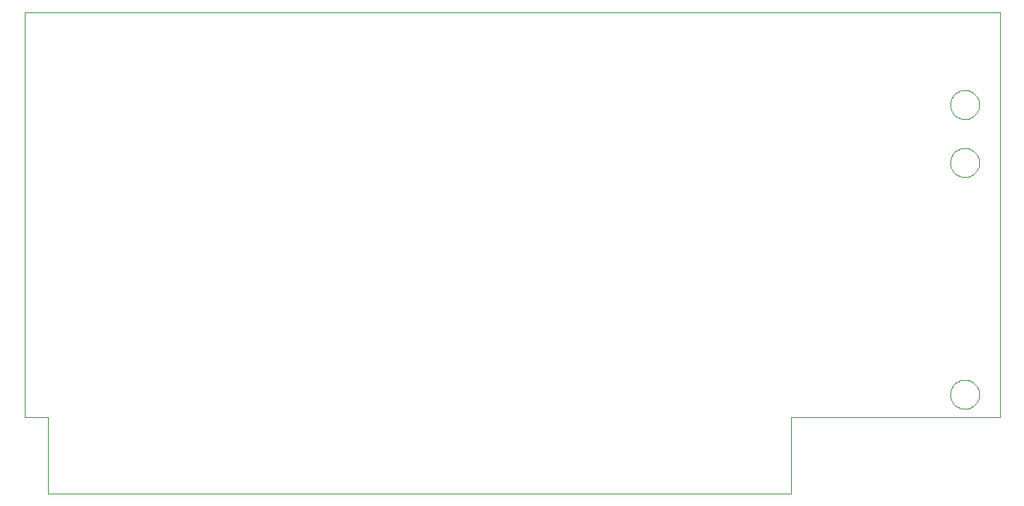
<source format=gko>
G75*
%MOIN*%
%OFA0B0*%
%FSLAX24Y24*%
%IPPOS*%
%LPD*%
%AMOC8*
5,1,8,0,0,1.08239X$1,22.5*
%
%ADD10C,0.0000*%
D10*
X001180Y000140D02*
X033180Y000140D01*
X033180Y003440D01*
X042180Y003440D01*
X042180Y020936D01*
X000180Y020936D01*
X000180Y003440D01*
X001180Y003440D01*
X001180Y000140D01*
X040055Y004440D02*
X040057Y004490D01*
X040063Y004539D01*
X040073Y004588D01*
X040086Y004635D01*
X040104Y004682D01*
X040125Y004727D01*
X040149Y004770D01*
X040177Y004811D01*
X040208Y004850D01*
X040242Y004886D01*
X040279Y004920D01*
X040319Y004950D01*
X040360Y004977D01*
X040404Y005001D01*
X040449Y005021D01*
X040496Y005037D01*
X040544Y005050D01*
X040593Y005059D01*
X040643Y005064D01*
X040692Y005065D01*
X040742Y005062D01*
X040791Y005055D01*
X040840Y005044D01*
X040887Y005030D01*
X040933Y005011D01*
X040978Y004989D01*
X041021Y004964D01*
X041061Y004935D01*
X041099Y004903D01*
X041135Y004869D01*
X041168Y004831D01*
X041197Y004791D01*
X041223Y004749D01*
X041246Y004705D01*
X041265Y004659D01*
X041281Y004612D01*
X041293Y004563D01*
X041301Y004514D01*
X041305Y004465D01*
X041305Y004415D01*
X041301Y004366D01*
X041293Y004317D01*
X041281Y004268D01*
X041265Y004221D01*
X041246Y004175D01*
X041223Y004131D01*
X041197Y004089D01*
X041168Y004049D01*
X041135Y004011D01*
X041099Y003977D01*
X041061Y003945D01*
X041021Y003916D01*
X040978Y003891D01*
X040933Y003869D01*
X040887Y003850D01*
X040840Y003836D01*
X040791Y003825D01*
X040742Y003818D01*
X040692Y003815D01*
X040643Y003816D01*
X040593Y003821D01*
X040544Y003830D01*
X040496Y003843D01*
X040449Y003859D01*
X040404Y003879D01*
X040360Y003903D01*
X040319Y003930D01*
X040279Y003960D01*
X040242Y003994D01*
X040208Y004030D01*
X040177Y004069D01*
X040149Y004110D01*
X040125Y004153D01*
X040104Y004198D01*
X040086Y004245D01*
X040073Y004292D01*
X040063Y004341D01*
X040057Y004390D01*
X040055Y004440D01*
X040055Y014440D02*
X040057Y014490D01*
X040063Y014539D01*
X040073Y014588D01*
X040086Y014635D01*
X040104Y014682D01*
X040125Y014727D01*
X040149Y014770D01*
X040177Y014811D01*
X040208Y014850D01*
X040242Y014886D01*
X040279Y014920D01*
X040319Y014950D01*
X040360Y014977D01*
X040404Y015001D01*
X040449Y015021D01*
X040496Y015037D01*
X040544Y015050D01*
X040593Y015059D01*
X040643Y015064D01*
X040692Y015065D01*
X040742Y015062D01*
X040791Y015055D01*
X040840Y015044D01*
X040887Y015030D01*
X040933Y015011D01*
X040978Y014989D01*
X041021Y014964D01*
X041061Y014935D01*
X041099Y014903D01*
X041135Y014869D01*
X041168Y014831D01*
X041197Y014791D01*
X041223Y014749D01*
X041246Y014705D01*
X041265Y014659D01*
X041281Y014612D01*
X041293Y014563D01*
X041301Y014514D01*
X041305Y014465D01*
X041305Y014415D01*
X041301Y014366D01*
X041293Y014317D01*
X041281Y014268D01*
X041265Y014221D01*
X041246Y014175D01*
X041223Y014131D01*
X041197Y014089D01*
X041168Y014049D01*
X041135Y014011D01*
X041099Y013977D01*
X041061Y013945D01*
X041021Y013916D01*
X040978Y013891D01*
X040933Y013869D01*
X040887Y013850D01*
X040840Y013836D01*
X040791Y013825D01*
X040742Y013818D01*
X040692Y013815D01*
X040643Y013816D01*
X040593Y013821D01*
X040544Y013830D01*
X040496Y013843D01*
X040449Y013859D01*
X040404Y013879D01*
X040360Y013903D01*
X040319Y013930D01*
X040279Y013960D01*
X040242Y013994D01*
X040208Y014030D01*
X040177Y014069D01*
X040149Y014110D01*
X040125Y014153D01*
X040104Y014198D01*
X040086Y014245D01*
X040073Y014292D01*
X040063Y014341D01*
X040057Y014390D01*
X040055Y014440D01*
X040055Y016940D02*
X040057Y016990D01*
X040063Y017039D01*
X040073Y017088D01*
X040086Y017135D01*
X040104Y017182D01*
X040125Y017227D01*
X040149Y017270D01*
X040177Y017311D01*
X040208Y017350D01*
X040242Y017386D01*
X040279Y017420D01*
X040319Y017450D01*
X040360Y017477D01*
X040404Y017501D01*
X040449Y017521D01*
X040496Y017537D01*
X040544Y017550D01*
X040593Y017559D01*
X040643Y017564D01*
X040692Y017565D01*
X040742Y017562D01*
X040791Y017555D01*
X040840Y017544D01*
X040887Y017530D01*
X040933Y017511D01*
X040978Y017489D01*
X041021Y017464D01*
X041061Y017435D01*
X041099Y017403D01*
X041135Y017369D01*
X041168Y017331D01*
X041197Y017291D01*
X041223Y017249D01*
X041246Y017205D01*
X041265Y017159D01*
X041281Y017112D01*
X041293Y017063D01*
X041301Y017014D01*
X041305Y016965D01*
X041305Y016915D01*
X041301Y016866D01*
X041293Y016817D01*
X041281Y016768D01*
X041265Y016721D01*
X041246Y016675D01*
X041223Y016631D01*
X041197Y016589D01*
X041168Y016549D01*
X041135Y016511D01*
X041099Y016477D01*
X041061Y016445D01*
X041021Y016416D01*
X040978Y016391D01*
X040933Y016369D01*
X040887Y016350D01*
X040840Y016336D01*
X040791Y016325D01*
X040742Y016318D01*
X040692Y016315D01*
X040643Y016316D01*
X040593Y016321D01*
X040544Y016330D01*
X040496Y016343D01*
X040449Y016359D01*
X040404Y016379D01*
X040360Y016403D01*
X040319Y016430D01*
X040279Y016460D01*
X040242Y016494D01*
X040208Y016530D01*
X040177Y016569D01*
X040149Y016610D01*
X040125Y016653D01*
X040104Y016698D01*
X040086Y016745D01*
X040073Y016792D01*
X040063Y016841D01*
X040057Y016890D01*
X040055Y016940D01*
M02*

</source>
